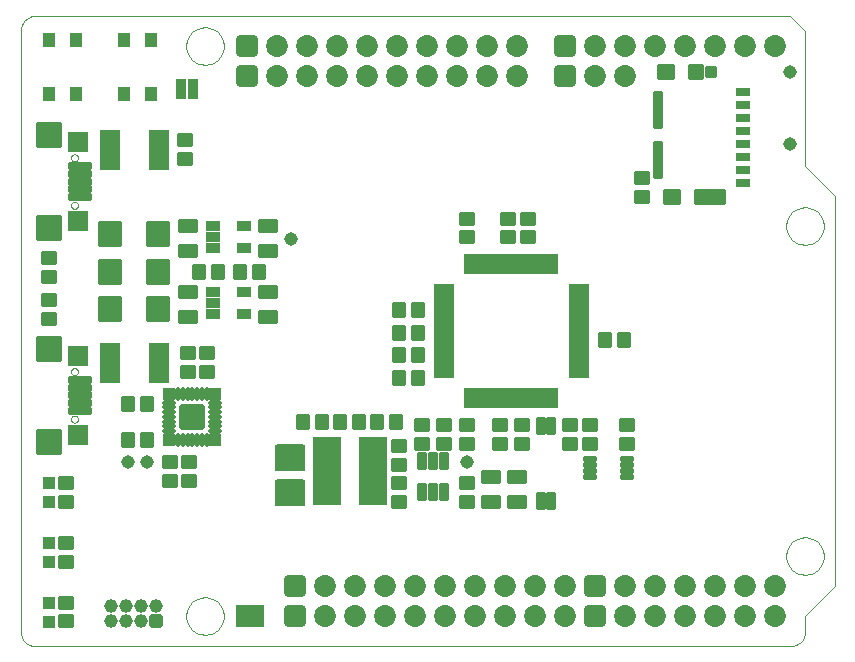
<source format=gbr>
G04 PROTEUS RS274X GERBER FILE*
%FSLAX45Y45*%
%MOMM*%
G01*
%AMPPAD046*
4,1,36,
0.977000,0.200000,
0.977000,-0.200000,
0.974470,-0.225970,
0.967200,-0.249980,
0.955650,-0.271580,
0.940290,-0.290290,
0.921570,-0.305650,
0.899980,-0.317200,
0.875970,-0.324470,
0.850000,-0.327000,
-0.850000,-0.327000,
-0.875970,-0.324470,
-0.899980,-0.317200,
-0.921570,-0.305650,
-0.940290,-0.290290,
-0.955650,-0.271580,
-0.967200,-0.249980,
-0.974470,-0.225970,
-0.977000,-0.200000,
-0.977000,0.200000,
-0.974470,0.225970,
-0.967200,0.249980,
-0.955650,0.271580,
-0.940290,0.290290,
-0.921570,0.305650,
-0.899980,0.317200,
-0.875970,0.324470,
-0.850000,0.327000,
0.850000,0.327000,
0.875970,0.324470,
0.899980,0.317200,
0.921570,0.305650,
0.940290,0.290290,
0.955650,0.271580,
0.967200,0.249980,
0.974470,0.225970,
0.977000,0.200000,
0*%
%ADD52PPAD046*%
%AMPPAD047*
4,1,36,
1.077000,0.950000,
1.077000,-0.950000,
1.074470,-0.975970,
1.067200,-0.999980,
1.055650,-1.021580,
1.040290,-1.040290,
1.021570,-1.055650,
0.999980,-1.067200,
0.975970,-1.074470,
0.950000,-1.077000,
-0.950000,-1.077000,
-0.975970,-1.074470,
-0.999980,-1.067200,
-1.021570,-1.055650,
-1.040290,-1.040290,
-1.055650,-1.021580,
-1.067200,-0.999980,
-1.074470,-0.975970,
-1.077000,-0.950000,
-1.077000,0.950000,
-1.074470,0.975970,
-1.067200,0.999980,
-1.055650,1.021580,
-1.040290,1.040290,
-1.021570,1.055650,
-0.999980,1.067200,
-0.975970,1.074470,
-0.950000,1.077000,
0.950000,1.077000,
0.975970,1.074470,
0.999980,1.067200,
1.021570,1.055650,
1.040290,1.040290,
1.055650,1.021580,
1.067200,0.999980,
1.074470,0.975970,
1.077000,0.950000,
0*%
%ADD53PPAD047*%
%AMPPAD048*
4,1,36,
0.877000,0.750000,
0.877000,-0.750000,
0.874470,-0.775970,
0.867200,-0.799980,
0.855650,-0.821580,
0.840290,-0.840290,
0.821570,-0.855650,
0.799980,-0.867200,
0.775970,-0.874470,
0.750000,-0.877000,
-0.750000,-0.877000,
-0.775970,-0.874470,
-0.799980,-0.867200,
-0.821570,-0.855650,
-0.840290,-0.840290,
-0.855650,-0.821580,
-0.867200,-0.799980,
-0.874470,-0.775970,
-0.877000,-0.750000,
-0.877000,0.750000,
-0.874470,0.775970,
-0.867200,0.799980,
-0.855650,0.821580,
-0.840290,0.840290,
-0.821570,0.855650,
-0.799980,0.867200,
-0.775970,0.874470,
-0.750000,0.877000,
0.750000,0.877000,
0.775970,0.874470,
0.799980,0.867200,
0.821570,0.855650,
0.840290,0.840290,
0.855650,0.821580,
0.867200,0.799980,
0.874470,0.775970,
0.877000,0.750000,
0*%
%ADD54PPAD048*%
%AMPPAD049*
4,1,36,
-0.477000,-0.500000,
-0.477000,0.500000,
-0.474470,0.525970,
-0.467200,0.549980,
-0.455650,0.571580,
-0.440290,0.590290,
-0.421570,0.605650,
-0.399980,0.617200,
-0.375970,0.624470,
-0.350000,0.627000,
0.350000,0.627000,
0.375970,0.624470,
0.399980,0.617200,
0.421570,0.605650,
0.440290,0.590290,
0.455650,0.571580,
0.467200,0.549980,
0.474470,0.525970,
0.477000,0.500000,
0.477000,-0.500000,
0.474470,-0.525970,
0.467200,-0.549980,
0.455650,-0.571580,
0.440290,-0.590290,
0.421570,-0.605650,
0.399980,-0.617200,
0.375970,-0.624470,
0.350000,-0.627000,
-0.350000,-0.627000,
-0.375970,-0.624470,
-0.399980,-0.617200,
-0.421570,-0.605650,
-0.440290,-0.590290,
-0.455650,-0.571580,
-0.467200,-0.549980,
-0.474470,-0.525970,
-0.477000,-0.500000,
0*%
%ADD55PPAD049*%
%AMPPAD050*
4,1,36,
0.527000,0.400000,
0.527000,-0.400000,
0.524470,-0.425970,
0.517200,-0.449980,
0.505650,-0.471580,
0.490290,-0.490290,
0.471570,-0.505650,
0.449980,-0.517200,
0.425970,-0.524470,
0.400000,-0.527000,
-0.400000,-0.527000,
-0.425970,-0.524470,
-0.449980,-0.517200,
-0.471570,-0.505650,
-0.490290,-0.490290,
-0.505650,-0.471580,
-0.517200,-0.449980,
-0.524470,-0.425970,
-0.527000,-0.400000,
-0.527000,0.400000,
-0.524470,0.425970,
-0.517200,0.449980,
-0.505650,0.471580,
-0.490290,0.490290,
-0.471570,0.505650,
-0.449980,0.517200,
-0.425970,0.524470,
-0.400000,0.527000,
0.400000,0.527000,
0.425970,0.524470,
0.449980,0.517200,
0.471570,0.505650,
0.490290,0.490290,
0.505650,0.471580,
0.517200,0.449980,
0.524470,0.425970,
0.527000,0.400000,
0*%
%ADD56PPAD050*%
%AMPPAD051*
4,1,36,
-1.100000,0.952000,
1.100000,0.952000,
1.125970,0.949470,
1.149980,0.942200,
1.171580,0.930650,
1.190290,0.915290,
1.205650,0.896570,
1.217200,0.874980,
1.224470,0.850970,
1.227000,0.825000,
1.227000,-0.825000,
1.224470,-0.850970,
1.217200,-0.874980,
1.205650,-0.896570,
1.190290,-0.915290,
1.171580,-0.930650,
1.149980,-0.942200,
1.125970,-0.949470,
1.100000,-0.952000,
-1.100000,-0.952000,
-1.125970,-0.949470,
-1.149980,-0.942200,
-1.171580,-0.930650,
-1.190290,-0.915290,
-1.205650,-0.896570,
-1.217200,-0.874980,
-1.224470,-0.850970,
-1.227000,-0.825000,
-1.227000,0.825000,
-1.224470,0.850970,
-1.217200,0.874980,
-1.205650,0.896570,
-1.190290,0.915290,
-1.171580,0.930650,
-1.149980,0.942200,
-1.125970,0.949470,
-1.100000,0.952000,
0*%
%ADD57PPAD051*%
%AMPPAD052*
4,1,36,
-0.652000,-0.450000,
-0.652000,0.450000,
-0.649470,0.475970,
-0.642200,0.499980,
-0.630650,0.521580,
-0.615290,0.540290,
-0.596570,0.555650,
-0.574980,0.567200,
-0.550970,0.574470,
-0.525000,0.577000,
0.525000,0.577000,
0.550970,0.574470,
0.574980,0.567200,
0.596570,0.555650,
0.615290,0.540290,
0.630650,0.521580,
0.642200,0.499980,
0.649470,0.475970,
0.652000,0.450000,
0.652000,-0.450000,
0.649470,-0.475970,
0.642200,-0.499980,
0.630650,-0.521580,
0.615290,-0.540290,
0.596570,-0.555650,
0.574980,-0.567200,
0.550970,-0.574470,
0.525000,-0.577000,
-0.525000,-0.577000,
-0.550970,-0.574470,
-0.574980,-0.567200,
-0.596570,-0.555650,
-0.615290,-0.540290,
-0.630650,-0.521580,
-0.642200,-0.499980,
-0.649470,-0.475970,
-0.652000,-0.450000,
0*%
%ADD58PPAD052*%
%AMPPAD053*
4,1,36,
-0.750000,1.727000,
0.750000,1.727000,
0.775970,1.724470,
0.799980,1.717200,
0.821580,1.705650,
0.840290,1.690290,
0.855650,1.671570,
0.867200,1.649980,
0.874470,1.625970,
0.877000,1.600000,
0.877000,-1.600000,
0.874470,-1.625970,
0.867200,-1.649980,
0.855650,-1.671570,
0.840290,-1.690290,
0.821580,-1.705650,
0.799980,-1.717200,
0.775970,-1.724470,
0.750000,-1.727000,
-0.750000,-1.727000,
-0.775970,-1.724470,
-0.799980,-1.717200,
-0.821580,-1.705650,
-0.840290,-1.690290,
-0.855650,-1.671570,
-0.867200,-1.649980,
-0.874470,-1.625970,
-0.877000,-1.600000,
-0.877000,1.600000,
-0.874470,1.625970,
-0.867200,1.649980,
-0.855650,1.671570,
-0.840290,1.690290,
-0.821580,1.705650,
-0.799980,1.717200,
-0.775970,1.724470,
-0.750000,1.727000,
0*%
%ADD59PPAD053*%
%AMPPAD054*
4,1,48,
0.323000,-0.577000,
-0.323000,-0.577000,
-0.349400,-0.575720,
-0.374930,-0.571950,
-0.399490,-0.565800,
-0.445220,-0.546870,
-0.485650,-0.519840,
-0.519840,-0.485640,
-0.546860,-0.445220,
-0.565800,-0.399490,
-0.571950,-0.374930,
-0.575720,-0.349400,
-0.577000,-0.323000,
-0.577000,0.323000,
-0.575720,0.349400,
-0.571950,0.374930,
-0.565800,0.399490,
-0.546860,0.445220,
-0.519840,0.485640,
-0.485650,0.519840,
-0.445220,0.546870,
-0.399490,0.565800,
-0.374930,0.571950,
-0.349400,0.575720,
-0.323000,0.577000,
0.323000,0.577000,
0.349400,0.575720,
0.374930,0.571950,
0.399490,0.565800,
0.445220,0.546870,
0.485650,0.519840,
0.519840,0.485640,
0.546860,0.445220,
0.565800,0.399490,
0.571950,0.374930,
0.575720,0.349400,
0.577000,0.323000,
0.577000,-0.323000,
0.575720,-0.349400,
0.571950,-0.374930,
0.565800,-0.399490,
0.546860,-0.445220,
0.519840,-0.485640,
0.485650,-0.519840,
0.445220,-0.546870,
0.399490,-0.565800,
0.374930,-0.571950,
0.349400,-0.575720,
0.323000,-0.577000,
0*%
%ADD60PPAD054*%
%ADD61C,1.154000*%
%AMPPAD056*
4,1,44,
-0.546000,0.927000,
0.546000,0.927000,
0.585600,0.925080,
0.623900,0.919420,
0.695940,0.897610,
0.760730,0.862960,
0.816870,0.816870,
0.862960,0.760730,
0.897610,0.695940,
0.919420,0.623900,
0.925080,0.585600,
0.927000,0.546000,
0.927000,-0.546000,
0.925080,-0.585600,
0.919420,-0.623900,
0.897610,-0.695940,
0.862960,-0.760730,
0.816870,-0.816870,
0.760730,-0.862960,
0.695940,-0.897610,
0.623900,-0.919420,
0.585600,-0.925080,
0.546000,-0.927000,
-0.546000,-0.927000,
-0.585600,-0.925080,
-0.623900,-0.919420,
-0.695940,-0.897610,
-0.760730,-0.862960,
-0.816870,-0.816870,
-0.862960,-0.760730,
-0.897610,-0.695940,
-0.919420,-0.623900,
-0.925080,-0.585600,
-0.927000,-0.546000,
-0.927000,0.546000,
-0.925080,0.585600,
-0.919420,0.623900,
-0.897610,0.695940,
-0.862960,0.760730,
-0.816870,0.816870,
-0.760730,0.862960,
-0.695940,0.897610,
-0.623900,0.919420,
-0.585600,0.925080,
-0.546000,0.927000,
0*%
%ADD62PPAD056*%
%ADD63C,1.854000*%
%AMPPAD058*
4,1,36,
-1.322000,-0.525000,
-1.322000,0.525000,
-1.319470,0.550970,
-1.312200,0.574980,
-1.300650,0.596580,
-1.285290,0.615290,
-1.266570,0.630650,
-1.244980,0.642200,
-1.220970,0.649470,
-1.195000,0.652000,
1.195000,0.652000,
1.220970,0.649470,
1.244980,0.642200,
1.266570,0.630650,
1.285290,0.615290,
1.300650,0.596580,
1.312200,0.574980,
1.319470,0.550970,
1.322000,0.525000,
1.322000,-0.525000,
1.319470,-0.550970,
1.312200,-0.574980,
1.300650,-0.596580,
1.285290,-0.615290,
1.266570,-0.630650,
1.244980,-0.642200,
1.220970,-0.649470,
1.195000,-0.652000,
-1.195000,-0.652000,
-1.220970,-0.649470,
-1.244980,-0.642200,
-1.266570,-0.630650,
-1.285290,-0.615290,
-1.300650,-0.596580,
-1.312200,-0.574980,
-1.319470,-0.550970,
-1.322000,-0.525000,
0*%
%ADD64PPAD058*%
%AMPPAD059*
4,1,36,
-0.727000,-0.525000,
-0.727000,0.525000,
-0.724470,0.550970,
-0.717200,0.574980,
-0.705650,0.596580,
-0.690290,0.615290,
-0.671570,0.630650,
-0.649980,0.642200,
-0.625970,0.649470,
-0.600000,0.652000,
0.600000,0.652000,
0.625970,0.649470,
0.649980,0.642200,
0.671570,0.630650,
0.690290,0.615290,
0.705650,0.596580,
0.717200,0.574980,
0.724470,0.550970,
0.727000,0.525000,
0.727000,-0.525000,
0.724470,-0.550970,
0.717200,-0.574980,
0.705650,-0.596580,
0.690290,-0.615290,
0.671570,-0.630650,
0.649980,-0.642200,
0.625970,-0.649470,
0.600000,-0.652000,
-0.600000,-0.652000,
-0.625970,-0.649470,
-0.649980,-0.642200,
-0.671570,-0.630650,
-0.690290,-0.615290,
-0.705650,-0.596580,
-0.717200,-0.574980,
-0.724470,-0.550970,
-0.727000,-0.525000,
0*%
%ADD65PPAD059*%
%AMPPAD060*
4,1,36,
-0.667000,-0.525000,
-0.667000,0.525000,
-0.664470,0.550970,
-0.657200,0.574980,
-0.645650,0.596580,
-0.630290,0.615290,
-0.611570,0.630650,
-0.589980,0.642200,
-0.565970,0.649470,
-0.540000,0.652000,
0.540000,0.652000,
0.565970,0.649470,
0.589980,0.642200,
0.611570,0.630650,
0.630290,0.615290,
0.645650,0.596580,
0.657200,0.574980,
0.664470,0.550970,
0.667000,0.525000,
0.667000,-0.525000,
0.664470,-0.550970,
0.657200,-0.574980,
0.645650,-0.596580,
0.630290,-0.615290,
0.611570,-0.630650,
0.589980,-0.642200,
0.565970,-0.649470,
0.540000,-0.652000,
-0.540000,-0.652000,
-0.565970,-0.649470,
-0.589980,-0.642200,
-0.611570,-0.630650,
-0.630290,-0.615290,
-0.645650,-0.596580,
-0.657200,-0.574980,
-0.664470,-0.550970,
-0.667000,-0.525000,
0*%
%ADD66PPAD060*%
%AMPPAD061*
4,1,36,
-0.402000,-1.455000,
-0.402000,1.455000,
-0.399470,1.480970,
-0.392200,1.504980,
-0.380650,1.526580,
-0.365290,1.545290,
-0.346570,1.560650,
-0.324980,1.572200,
-0.300970,1.579470,
-0.275000,1.582000,
0.275000,1.582000,
0.300970,1.579470,
0.324980,1.572200,
0.346570,1.560650,
0.365290,1.545290,
0.380650,1.526580,
0.392200,1.504980,
0.399470,1.480970,
0.402000,1.455000,
0.402000,-1.455000,
0.399470,-1.480970,
0.392200,-1.504980,
0.380650,-1.526580,
0.365290,-1.545290,
0.346570,-1.560650,
0.324980,-1.572200,
0.300970,-1.579470,
0.275000,-1.582000,
-0.275000,-1.582000,
-0.300970,-1.579470,
-0.324980,-1.572200,
-0.346570,-1.560650,
-0.365290,-1.545290,
-0.380650,-1.526580,
-0.392200,-1.504980,
-0.399470,-1.480970,
-0.402000,-1.455000,
0*%
%ADD67PPAD061*%
%AMPPAD062*
4,1,36,
-0.627000,-0.250000,
-0.627000,0.250000,
-0.624470,0.275970,
-0.617200,0.299980,
-0.605650,0.321580,
-0.590290,0.340290,
-0.571570,0.355650,
-0.549980,0.367200,
-0.525970,0.374470,
-0.500000,0.377000,
0.500000,0.377000,
0.525970,0.374470,
0.549980,0.367200,
0.571570,0.355650,
0.590290,0.340290,
0.605650,0.321580,
0.617200,0.299980,
0.624470,0.275970,
0.627000,0.250000,
0.627000,-0.250000,
0.624470,-0.275970,
0.617200,-0.299980,
0.605650,-0.321580,
0.590290,-0.340290,
0.571570,-0.355650,
0.549980,-0.367200,
0.525970,-0.374470,
0.500000,-0.377000,
-0.500000,-0.377000,
-0.525970,-0.374470,
-0.549980,-0.367200,
-0.571570,-0.355650,
-0.590290,-0.340290,
-0.605650,-0.321580,
-0.617200,-0.299980,
-0.624470,-0.275970,
-0.627000,-0.250000,
0*%
%ADD68PPAD062*%
%AMPPAD063*
4,1,36,
-0.517000,-0.360000,
-0.517000,0.360000,
-0.514470,0.385970,
-0.507200,0.409980,
-0.495650,0.431580,
-0.480290,0.450290,
-0.461570,0.465650,
-0.439980,0.477200,
-0.415970,0.484470,
-0.390000,0.487000,
0.390000,0.487000,
0.415970,0.484470,
0.439980,0.477200,
0.461570,0.465650,
0.480290,0.450290,
0.495650,0.431580,
0.507200,0.409980,
0.514470,0.385970,
0.517000,0.360000,
0.517000,-0.360000,
0.514470,-0.385970,
0.507200,-0.409980,
0.495650,-0.431580,
0.480290,-0.450290,
0.461570,-0.465650,
0.439980,-0.477200,
0.415970,-0.484470,
0.390000,-0.487000,
-0.390000,-0.487000,
-0.415970,-0.484470,
-0.439980,-0.477200,
-0.461570,-0.465650,
-0.480290,-0.450290,
-0.495650,-0.431580,
-0.507200,-0.409980,
-0.514470,-0.385970,
-0.517000,-0.360000,
0*%
%ADD69PPAD063*%
%AMPPAD064*
4,1,48,
-0.552000,-0.023800,
-0.552000,0.023800,
-0.550970,0.044920,
-0.547960,0.065350,
-0.543040,0.085000,
-0.527890,0.121580,
-0.506270,0.153910,
-0.478920,0.181270,
-0.446580,0.202890,
-0.410000,0.218040,
-0.390350,0.222960,
-0.369920,0.225970,
-0.348800,0.227000,
0.348800,0.227000,
0.369920,0.225970,
0.390350,0.222960,
0.410000,0.218040,
0.446580,0.202890,
0.478920,0.181270,
0.506270,0.153910,
0.527890,0.121580,
0.543040,0.085000,
0.547960,0.065350,
0.550970,0.044920,
0.552000,0.023800,
0.552000,-0.023800,
0.550970,-0.044920,
0.547960,-0.065350,
0.543040,-0.085000,
0.527890,-0.121580,
0.506270,-0.153910,
0.478920,-0.181270,
0.446580,-0.202890,
0.410000,-0.218040,
0.390350,-0.222960,
0.369920,-0.225970,
0.348800,-0.227000,
-0.348800,-0.227000,
-0.369920,-0.225970,
-0.390350,-0.222960,
-0.410000,-0.218040,
-0.446580,-0.202890,
-0.478920,-0.181270,
-0.506270,-0.153910,
-0.527890,-0.121580,
-0.543040,-0.085000,
-0.547960,-0.065350,
-0.550970,-0.044920,
-0.552000,-0.023800,
0*%
%ADD74PPAD064*%
%AMPPAD065*
4,1,48,
0.023800,-0.552000,
-0.023800,-0.552000,
-0.044920,-0.550970,
-0.065350,-0.547960,
-0.085000,-0.543040,
-0.121580,-0.527890,
-0.153910,-0.506270,
-0.181270,-0.478920,
-0.202890,-0.446580,
-0.218040,-0.410000,
-0.222960,-0.390350,
-0.225970,-0.369920,
-0.227000,-0.348800,
-0.227000,0.348800,
-0.225970,0.369920,
-0.222960,0.390350,
-0.218040,0.410000,
-0.202890,0.446580,
-0.181270,0.478920,
-0.153910,0.506270,
-0.121580,0.527890,
-0.085000,0.543040,
-0.065350,0.547960,
-0.044920,0.550970,
-0.023800,0.552000,
0.023800,0.552000,
0.044920,0.550970,
0.065350,0.547960,
0.085000,0.543040,
0.121580,0.527890,
0.153910,0.506270,
0.181270,0.478920,
0.202890,0.446580,
0.218040,0.410000,
0.222960,0.390350,
0.225970,0.369920,
0.227000,0.348800,
0.227000,-0.348800,
0.225970,-0.369920,
0.222960,-0.390350,
0.218040,-0.410000,
0.202890,-0.446580,
0.181270,-0.478920,
0.153910,-0.506270,
0.121580,-0.527890,
0.085000,-0.543040,
0.065350,-0.547960,
0.044920,-0.550970,
0.023800,-0.552000,
0*%
%ADD75PPAD065*%
%AMPPAD066*
4,1,44,
0.746000,-1.127000,
-0.746000,-1.127000,
-0.785600,-1.125080,
-0.823900,-1.119420,
-0.895940,-1.097610,
-0.960730,-1.062960,
-1.016870,-1.016870,
-1.062960,-0.960730,
-1.097610,-0.895940,
-1.119420,-0.823900,
-1.125080,-0.785600,
-1.127000,-0.746000,
-1.127000,0.746000,
-1.125080,0.785600,
-1.119420,0.823900,
-1.097610,0.895940,
-1.062960,0.960730,
-1.016870,1.016870,
-0.960730,1.062960,
-0.895940,1.097610,
-0.823900,1.119420,
-0.785600,1.125080,
-0.746000,1.127000,
0.746000,1.127000,
0.785600,1.125080,
0.823900,1.119420,
0.895940,1.097610,
0.960730,1.062960,
1.016870,1.016870,
1.062960,0.960730,
1.097610,0.895940,
1.119420,0.823900,
1.125080,0.785600,
1.127000,0.746000,
1.127000,-0.746000,
1.125080,-0.785600,
1.119420,-0.823900,
1.097610,-0.895940,
1.062960,-0.960730,
1.016870,-1.016870,
0.960730,-1.062960,
0.895940,-1.097610,
0.823900,-1.119420,
0.785600,-1.125080,
0.746000,-1.127000,
0*%
%ADD76PPAD066*%
%AMPPAD067*
4,1,36,
0.390000,-0.517000,
-0.390000,-0.517000,
-0.415970,-0.514470,
-0.439980,-0.507200,
-0.461580,-0.495650,
-0.480290,-0.480290,
-0.495650,-0.461570,
-0.507200,-0.439980,
-0.514470,-0.415970,
-0.517000,-0.390000,
-0.517000,0.390000,
-0.514470,0.415970,
-0.507200,0.439980,
-0.495650,0.461570,
-0.480290,0.480290,
-0.461580,0.495650,
-0.439980,0.507200,
-0.415970,0.514470,
-0.390000,0.517000,
0.390000,0.517000,
0.415970,0.514470,
0.439980,0.507200,
0.461580,0.495650,
0.480290,0.480290,
0.495650,0.461570,
0.507200,0.439980,
0.514470,0.415970,
0.517000,0.390000,
0.517000,-0.390000,
0.514470,-0.415970,
0.507200,-0.439980,
0.495650,-0.461570,
0.480290,-0.480290,
0.461580,-0.495650,
0.439980,-0.507200,
0.415970,-0.514470,
0.390000,-0.517000,
0*%
%ADD77PPAD067*%
%AMPPAD068*
4,1,36,
0.877000,0.150000,
0.877000,-0.150000,
0.874470,-0.175970,
0.867200,-0.199980,
0.855650,-0.221580,
0.840290,-0.240290,
0.821570,-0.255650,
0.799980,-0.267200,
0.775970,-0.274470,
0.750000,-0.277000,
-0.750000,-0.277000,
-0.775970,-0.274470,
-0.799980,-0.267200,
-0.821570,-0.255650,
-0.840290,-0.240290,
-0.855650,-0.221580,
-0.867200,-0.199980,
-0.874470,-0.175970,
-0.877000,-0.150000,
-0.877000,0.150000,
-0.874470,0.175970,
-0.867200,0.199980,
-0.855650,0.221580,
-0.840290,0.240290,
-0.821570,0.255650,
-0.799980,0.267200,
-0.775970,0.274470,
-0.750000,0.277000,
0.750000,0.277000,
0.775970,0.274470,
0.799980,0.267200,
0.821570,0.255650,
0.840290,0.240290,
0.855650,0.221580,
0.867200,0.199980,
0.874470,0.175970,
0.877000,0.150000,
0*%
%ADD78PPAD068*%
%AMPPAD069*
4,1,36,
-0.150000,0.877000,
0.150000,0.877000,
0.175970,0.874470,
0.199980,0.867200,
0.221580,0.855650,
0.240290,0.840290,
0.255650,0.821570,
0.267200,0.799980,
0.274470,0.775970,
0.277000,0.750000,
0.277000,-0.750000,
0.274470,-0.775970,
0.267200,-0.799980,
0.255650,-0.821570,
0.240290,-0.840290,
0.221580,-0.855650,
0.199980,-0.867200,
0.175970,-0.874470,
0.150000,-0.877000,
-0.150000,-0.877000,
-0.175970,-0.874470,
-0.199980,-0.867200,
-0.221580,-0.855650,
-0.240290,-0.840290,
-0.255650,-0.821570,
-0.267200,-0.799980,
-0.274470,-0.775970,
-0.277000,-0.750000,
-0.277000,0.750000,
-0.274470,0.775970,
-0.267200,0.799980,
-0.255650,0.821570,
-0.240290,0.840290,
-0.221580,0.855650,
-0.199980,0.867200,
-0.175970,0.874470,
-0.150000,0.877000,
0*%
%ADD79PPAD069*%
%AMPPAD070*
4,1,36,
-0.325000,0.452000,
0.325000,0.452000,
0.350970,0.449470,
0.374980,0.442200,
0.396580,0.430650,
0.415290,0.415290,
0.430650,0.396570,
0.442200,0.374980,
0.449470,0.350970,
0.452000,0.325000,
0.452000,-0.325000,
0.449470,-0.350970,
0.442200,-0.374980,
0.430650,-0.396570,
0.415290,-0.415290,
0.396580,-0.430650,
0.374980,-0.442200,
0.350970,-0.449470,
0.325000,-0.452000,
-0.325000,-0.452000,
-0.350970,-0.449470,
-0.374980,-0.442200,
-0.396580,-0.430650,
-0.415290,-0.415290,
-0.430650,-0.396570,
-0.442200,-0.374980,
-0.449470,-0.350970,
-0.452000,-0.325000,
-0.452000,0.325000,
-0.449470,0.350970,
-0.442200,0.374980,
-0.430650,0.396570,
-0.415290,0.415290,
-0.396580,0.430650,
-0.374980,0.442200,
-0.350970,0.449470,
-0.325000,0.452000,
0*%
%ADD80PPAD070*%
%AMPPAD071*
4,1,36,
0.627000,0.330000,
0.627000,-0.330000,
0.624470,-0.355970,
0.617200,-0.379980,
0.605650,-0.401580,
0.590290,-0.420290,
0.571570,-0.435650,
0.549980,-0.447200,
0.525970,-0.454470,
0.500000,-0.457000,
-0.500000,-0.457000,
-0.525970,-0.454470,
-0.549980,-0.447200,
-0.571570,-0.435650,
-0.590290,-0.420290,
-0.605650,-0.401580,
-0.617200,-0.379980,
-0.624470,-0.355970,
-0.627000,-0.330000,
-0.627000,0.330000,
-0.624470,0.355970,
-0.617200,0.379980,
-0.605650,0.401580,
-0.590290,0.420290,
-0.571570,0.435650,
-0.549980,0.447200,
-0.525970,0.454470,
-0.500000,0.457000,
0.500000,0.457000,
0.525970,0.454470,
0.549980,0.447200,
0.571570,0.435650,
0.590290,0.420290,
0.605650,0.401580,
0.617200,0.379980,
0.624470,0.355970,
0.627000,0.330000,
0*%
%ADD81PPAD071*%
%AMPPAD072*
4,1,36,
-0.300000,0.727000,
0.300000,0.727000,
0.325970,0.724470,
0.349980,0.717200,
0.371580,0.705650,
0.390290,0.690290,
0.405650,0.671570,
0.417200,0.649980,
0.424470,0.625970,
0.427000,0.600000,
0.427000,-0.600000,
0.424470,-0.625970,
0.417200,-0.649980,
0.405650,-0.671570,
0.390290,-0.690290,
0.371580,-0.705650,
0.349980,-0.717200,
0.325970,-0.724470,
0.300000,-0.727000,
-0.300000,-0.727000,
-0.325970,-0.724470,
-0.349980,-0.717200,
-0.371580,-0.705650,
-0.390290,-0.690290,
-0.405650,-0.671570,
-0.417200,-0.649980,
-0.424470,-0.625970,
-0.427000,-0.600000,
-0.427000,0.600000,
-0.424470,0.625970,
-0.417200,0.649980,
-0.405650,0.671570,
-0.390290,0.690290,
-0.371580,0.705650,
-0.349980,0.717200,
-0.325970,0.724470,
-0.300000,0.727000,
0*%
%ADD82PPAD072*%
%AMPPAD073*
4,1,36,
-0.425000,0.277000,
0.425000,0.277000,
0.450970,0.274470,
0.474980,0.267200,
0.496580,0.255650,
0.515290,0.240290,
0.530650,0.221570,
0.542200,0.199980,
0.549470,0.175970,
0.552000,0.150000,
0.552000,-0.150000,
0.549470,-0.175970,
0.542200,-0.199980,
0.530650,-0.221570,
0.515290,-0.240290,
0.496580,-0.255650,
0.474980,-0.267200,
0.450970,-0.274470,
0.425000,-0.277000,
-0.425000,-0.277000,
-0.450970,-0.274470,
-0.474980,-0.267200,
-0.496580,-0.255650,
-0.515290,-0.240290,
-0.530650,-0.221570,
-0.542200,-0.199980,
-0.549470,-0.175970,
-0.552000,-0.150000,
-0.552000,0.150000,
-0.549470,0.175970,
-0.542200,0.199980,
-0.530650,0.221570,
-0.515290,0.240290,
-0.496580,0.255650,
-0.474980,0.267200,
-0.450970,0.274470,
-0.425000,0.277000,
0*%
%ADD83PPAD073*%
%AMPPAD074*
4,1,36,
0.450000,-0.652000,
-0.450000,-0.652000,
-0.475970,-0.649470,
-0.499980,-0.642200,
-0.521580,-0.630650,
-0.540290,-0.615290,
-0.555650,-0.596570,
-0.567200,-0.574980,
-0.574470,-0.550970,
-0.577000,-0.525000,
-0.577000,0.525000,
-0.574470,0.550970,
-0.567200,0.574980,
-0.555650,0.596570,
-0.540290,0.615290,
-0.521580,0.630650,
-0.499980,0.642200,
-0.475970,0.649470,
-0.450000,0.652000,
0.450000,0.652000,
0.475970,0.649470,
0.499980,0.642200,
0.521580,0.630650,
0.540290,0.615290,
0.555650,0.596570,
0.567200,0.574980,
0.574470,0.550970,
0.577000,0.525000,
0.577000,-0.525000,
0.574470,-0.550970,
0.567200,-0.574980,
0.555650,-0.596570,
0.540290,-0.615290,
0.521580,-0.630650,
0.499980,-0.642200,
0.475970,-0.649470,
0.450000,-0.652000,
0*%
%ADD84PPAD074*%
%AMPPAD075*
4,1,36,
-0.900000,1.077000,
0.900000,1.077000,
0.925970,1.074470,
0.949980,1.067200,
0.971580,1.055650,
0.990290,1.040290,
1.005650,1.021570,
1.017200,0.999980,
1.024470,0.975970,
1.027000,0.950000,
1.027000,-0.950000,
1.024470,-0.975970,
1.017200,-0.999980,
1.005650,-1.021570,
0.990290,-1.040290,
0.971580,-1.055650,
0.949980,-1.067200,
0.925970,-1.074470,
0.900000,-1.077000,
-0.900000,-1.077000,
-0.925970,-1.074470,
-0.949980,-1.067200,
-0.971580,-1.055650,
-0.990290,-1.040290,
-1.005650,-1.021570,
-1.017200,-0.999980,
-1.024470,-0.975970,
-1.027000,-0.950000,
-1.027000,0.950000,
-1.024470,0.975970,
-1.017200,0.999980,
-1.005650,1.021570,
-0.990290,1.040290,
-0.971580,1.055650,
-0.949980,1.067200,
-0.925970,1.074470,
-0.900000,1.077000,
0*%
%ADD85PPAD075*%
%AMPPAD076*
4,1,36,
-0.825500,-0.444500,
-0.825500,0.444500,
-0.822970,0.470470,
-0.815700,0.494480,
-0.804150,0.516080,
-0.788790,0.534790,
-0.770070,0.550150,
-0.748480,0.561700,
-0.724470,0.568970,
-0.698500,0.571500,
0.698500,0.571500,
0.724470,0.568970,
0.748480,0.561700,
0.770070,0.550150,
0.788790,0.534790,
0.804150,0.516080,
0.815700,0.494480,
0.822970,0.470470,
0.825500,0.444500,
0.825500,-0.444500,
0.822970,-0.470470,
0.815700,-0.494480,
0.804150,-0.516080,
0.788790,-0.534790,
0.770070,-0.550150,
0.748480,-0.561700,
0.724470,-0.568970,
0.698500,-0.571500,
-0.698500,-0.571500,
-0.724470,-0.568970,
-0.748480,-0.561700,
-0.770070,-0.550150,
-0.788790,-0.534790,
-0.804150,-0.516080,
-0.815700,-0.494480,
-0.822970,-0.470470,
-0.825500,-0.444500,
0*%
%ADD86PPAD076*%
%AMPPAD077*
4,1,36,
1.202000,2.750000,
1.202000,-2.750000,
1.199470,-2.775970,
1.192200,-2.799980,
1.180650,-2.821580,
1.165290,-2.840290,
1.146570,-2.855650,
1.124980,-2.867200,
1.100970,-2.874470,
1.075000,-2.877000,
-1.075000,-2.877000,
-1.100970,-2.874470,
-1.124980,-2.867200,
-1.146570,-2.855650,
-1.165290,-2.840290,
-1.180650,-2.821580,
-1.192200,-2.799980,
-1.199470,-2.775970,
-1.202000,-2.750000,
-1.202000,2.750000,
-1.199470,2.775970,
-1.192200,2.799980,
-1.180650,2.821580,
-1.165290,2.840290,
-1.146570,2.855650,
-1.124980,2.867200,
-1.100970,2.874470,
-1.075000,2.877000,
1.075000,2.877000,
1.100970,2.874470,
1.124980,2.867200,
1.146570,2.855650,
1.165290,2.840290,
1.180650,2.821580,
1.192200,2.799980,
1.199470,2.775970,
1.202000,2.750000,
0*%
%ADD87PPAD077*%
%AMPPAD078*
4,1,36,
1.270000,1.016000,
1.270000,-1.016000,
1.267470,-1.041970,
1.260200,-1.065980,
1.248650,-1.087580,
1.233290,-1.106290,
1.214570,-1.121650,
1.192980,-1.133200,
1.168970,-1.140470,
1.143000,-1.143000,
-1.143000,-1.143000,
-1.168970,-1.140470,
-1.192980,-1.133200,
-1.214570,-1.121650,
-1.233290,-1.106290,
-1.248650,-1.087580,
-1.260200,-1.065980,
-1.267470,-1.041970,
-1.270000,-1.016000,
-1.270000,1.016000,
-1.267470,1.041970,
-1.260200,1.065980,
-1.248650,1.087580,
-1.233290,1.106290,
-1.214570,1.121650,
-1.192980,1.133200,
-1.168970,1.140470,
-1.143000,1.143000,
1.143000,1.143000,
1.168970,1.140470,
1.192980,1.133200,
1.214570,1.121650,
1.233290,1.106290,
1.248650,1.087580,
1.260200,1.065980,
1.267470,1.041970,
1.270000,1.016000,
0*%
%ADD88PPAD078*%
%ADD89C,1.143000*%
%ADD49C,0.025400*%
D52*
X+501300Y+2252200D03*
X+501300Y+2187200D03*
X+501300Y+2122200D03*
X+501300Y+2057200D03*
X+501300Y+1992200D03*
D53*
X+241300Y+1727200D03*
D54*
X+486300Y+1787200D03*
X+486300Y+2457200D03*
D53*
X+241300Y+2517200D03*
D55*
X+466300Y+4670800D03*
X+466300Y+5130800D03*
X+241300Y+5130800D03*
X+241300Y+4670800D03*
X+1101300Y+4670800D03*
X+1101300Y+5130800D03*
X+876300Y+5130800D03*
X+876300Y+4670800D03*
D56*
X+241300Y+368200D03*
X+241300Y+203200D03*
D57*
X+1943100Y+254000D03*
D58*
X+387350Y+711200D03*
X+387350Y+871200D03*
X+387350Y+368200D03*
X+387350Y+208200D03*
D56*
X+241300Y+876200D03*
X+241300Y+711200D03*
D59*
X+755300Y+2396000D03*
X+1175300Y+2396000D03*
D58*
X+387350Y+1219200D03*
X+387350Y+1379200D03*
D60*
X+1149350Y+208200D03*
D61*
X+1149350Y+335200D03*
X+1022350Y+208200D03*
X+1022350Y+335200D03*
X+895350Y+208200D03*
X+895350Y+335200D03*
X+768350Y+208200D03*
X+768350Y+335200D03*
D62*
X+4864100Y+508000D03*
D63*
X+5118100Y+508000D03*
X+5372100Y+508000D03*
X+5626100Y+508000D03*
X+5880100Y+508000D03*
X+6134100Y+508000D03*
X+6388100Y+508000D03*
D62*
X+4864100Y+254000D03*
D63*
X+5118100Y+254000D03*
X+5372100Y+254000D03*
X+5626100Y+254000D03*
X+5880100Y+254000D03*
X+6134100Y+254000D03*
X+6388100Y+254000D03*
D62*
X+2324100Y+508000D03*
D63*
X+2578100Y+508000D03*
X+2832100Y+508000D03*
X+3086100Y+508000D03*
X+3340100Y+508000D03*
X+3594100Y+508000D03*
X+3848100Y+508000D03*
X+4102100Y+508000D03*
X+4356100Y+508000D03*
X+4610100Y+508000D03*
D62*
X+2324100Y+254000D03*
D63*
X+2578100Y+254000D03*
X+2832100Y+254000D03*
X+3086100Y+254000D03*
X+3340100Y+254000D03*
X+3594100Y+254000D03*
X+3848100Y+254000D03*
X+4102100Y+254000D03*
X+4356100Y+254000D03*
X+4610100Y+254000D03*
D62*
X+1917700Y+5080000D03*
D63*
X+2171700Y+5080000D03*
X+2425700Y+5080000D03*
X+2679700Y+5080000D03*
X+2933700Y+5080000D03*
X+3187700Y+5080000D03*
X+3441700Y+5080000D03*
X+3695700Y+5080000D03*
X+3949700Y+5080000D03*
X+4203700Y+5080000D03*
D62*
X+1917700Y+4826000D03*
D63*
X+2171700Y+4826000D03*
X+2425700Y+4826000D03*
X+2679700Y+4826000D03*
X+2933700Y+4826000D03*
X+3187700Y+4826000D03*
X+3441700Y+4826000D03*
X+3695700Y+4826000D03*
X+3949700Y+4826000D03*
X+4203700Y+4826000D03*
D62*
X+4610100Y+5080000D03*
D63*
X+4864100Y+5080000D03*
X+5118100Y+5080000D03*
X+5372100Y+5080000D03*
X+5626100Y+5080000D03*
X+5880100Y+5080000D03*
X+6134100Y+5080000D03*
X+6388100Y+5080000D03*
D56*
X+241300Y+1384200D03*
X+241300Y+1219200D03*
D64*
X+5836500Y+3800600D03*
D65*
X+5461000Y+4864100D03*
D66*
X+5722000Y+4864100D03*
D67*
X+5393500Y+4117100D03*
X+5393500Y+4536100D03*
D65*
X+5518000Y+3800600D03*
D68*
X+6117000Y+4688100D03*
X+6117000Y+4578100D03*
X+6117000Y+4468100D03*
X+6117000Y+4358100D03*
X+6117000Y+4248100D03*
X+6117000Y+4138100D03*
X+6117000Y+4028100D03*
X+6117000Y+3918100D03*
D69*
X+5849000Y+4864100D03*
D74*
X+1650700Y+1820650D03*
X+1650700Y+1860650D03*
X+1650700Y+1900650D03*
X+1650700Y+1940650D03*
X+1650700Y+1980650D03*
X+1650700Y+2020650D03*
X+1650700Y+2060650D03*
D75*
X+1575700Y+2135650D03*
X+1535700Y+2135650D03*
X+1495700Y+2135650D03*
X+1455700Y+2135650D03*
X+1415700Y+2135650D03*
X+1375700Y+2135650D03*
X+1335700Y+2135650D03*
D74*
X+1260700Y+2060650D03*
X+1260700Y+2020650D03*
X+1260700Y+1980650D03*
X+1260700Y+1940650D03*
X+1260700Y+1900650D03*
X+1260700Y+1860650D03*
X+1260700Y+1820650D03*
D75*
X+1335700Y+1745650D03*
X+1375700Y+1745650D03*
X+1415700Y+1745650D03*
X+1455700Y+1745650D03*
X+1495700Y+1745650D03*
X+1535700Y+1745650D03*
X+1575700Y+1745650D03*
D76*
X+1455700Y+1940650D03*
D77*
X+1650700Y+1745650D03*
X+1650700Y+2135650D03*
X+1260700Y+2135650D03*
X+1260700Y+1745650D03*
D78*
X+3584400Y+3042400D03*
X+3584400Y+2992400D03*
X+3584400Y+2942400D03*
X+3584400Y+2892400D03*
X+3584400Y+2842400D03*
X+3584400Y+2792400D03*
X+3584400Y+2742400D03*
X+3584400Y+2692400D03*
X+3584400Y+2642400D03*
X+3584400Y+2592400D03*
X+3584400Y+2542400D03*
X+3584400Y+2492400D03*
X+3584400Y+2442400D03*
X+3584400Y+2392400D03*
X+3584400Y+2342400D03*
X+3584400Y+2292400D03*
D79*
X+3779400Y+2097400D03*
X+3829400Y+2097400D03*
X+3879400Y+2097400D03*
X+3929400Y+2097400D03*
X+3979400Y+2097400D03*
X+4029400Y+2097400D03*
X+4079400Y+2097400D03*
X+4129400Y+2097400D03*
X+4179400Y+2097400D03*
X+4229400Y+2097400D03*
X+4279400Y+2097400D03*
X+4329400Y+2097400D03*
X+4379400Y+2097400D03*
X+4429400Y+2097400D03*
X+4479400Y+2097400D03*
X+4529400Y+2097400D03*
D78*
X+4724400Y+2292400D03*
X+4724400Y+2342400D03*
X+4724400Y+2392400D03*
X+4724400Y+2442400D03*
X+4724400Y+2492400D03*
X+4724400Y+2542400D03*
X+4724400Y+2592400D03*
X+4724400Y+2642400D03*
X+4724400Y+2692400D03*
X+4724400Y+2742400D03*
X+4724400Y+2792400D03*
X+4724400Y+2842400D03*
X+4724400Y+2892400D03*
X+4724400Y+2942400D03*
X+4724400Y+2992400D03*
X+4724400Y+3042400D03*
D79*
X+4529400Y+3237400D03*
X+4479400Y+3237400D03*
X+4429400Y+3237400D03*
X+4379400Y+3237400D03*
X+4329400Y+3237400D03*
X+4279400Y+3237400D03*
X+4229400Y+3237400D03*
X+4179400Y+3237400D03*
X+4129400Y+3237400D03*
X+4079400Y+3237400D03*
X+4029400Y+3237400D03*
X+3979400Y+3237400D03*
X+3929400Y+3237400D03*
X+3879400Y+3237400D03*
X+3829400Y+3237400D03*
X+3779400Y+3237400D03*
D52*
X+501300Y+4062900D03*
X+501300Y+3997900D03*
X+501300Y+3932900D03*
X+501300Y+3867900D03*
X+501300Y+3802900D03*
D53*
X+241300Y+3537900D03*
D54*
X+486300Y+3597900D03*
X+486300Y+4267900D03*
D53*
X+241300Y+4327900D03*
D80*
X+1355300Y+4755800D03*
X+1460300Y+4755800D03*
X+1355300Y+4670800D03*
X+1460300Y+4670800D03*
D81*
X+1628850Y+2999250D03*
X+1628850Y+2904250D03*
X+1628850Y+2809250D03*
X+1888850Y+2809250D03*
X+1888850Y+2999250D03*
X+1628850Y+3558050D03*
X+1628850Y+3463050D03*
X+1628850Y+3368050D03*
X+1888850Y+3368050D03*
X+1888850Y+3558050D03*
D82*
X+3399524Y+1306218D03*
X+3494524Y+1306218D03*
X+3589524Y+1306218D03*
X+3589524Y+1566218D03*
X+3494524Y+1566218D03*
X+3399524Y+1566218D03*
D83*
X+4818540Y+1581800D03*
X+4818540Y+1531800D03*
X+4818540Y+1481800D03*
X+4818540Y+1431800D03*
X+5134540Y+1431800D03*
X+5134540Y+1481800D03*
X+5134540Y+1531800D03*
X+5134540Y+1581800D03*
D62*
X+4610100Y+4826000D03*
D63*
X+4864100Y+4826000D03*
X+5118100Y+4826000D03*
D84*
X+1072800Y+2046750D03*
X+912800Y+2046750D03*
D58*
X+1263650Y+1555750D03*
X+1263650Y+1395750D03*
D59*
X+755300Y+4204160D03*
X+1175300Y+4204160D03*
D58*
X+1415700Y+2478550D03*
X+1415700Y+2318550D03*
X+241300Y+2771200D03*
X+241300Y+2931200D03*
X+241300Y+3123900D03*
X+241300Y+3283900D03*
X+1390300Y+4281950D03*
X+1390300Y+4121950D03*
X+4294500Y+3459650D03*
X+4294500Y+3619650D03*
X+4129400Y+3459650D03*
X+4129400Y+3619650D03*
X+3779400Y+3459650D03*
X+3779400Y+3619650D03*
D84*
X+3362150Y+2842400D03*
X+3202150Y+2842400D03*
D58*
X+3779400Y+1875150D03*
X+3779400Y+1715150D03*
X+4060350Y+1875150D03*
X+4060350Y+1715150D03*
D84*
X+4946650Y+2592400D03*
X+5106650Y+2592400D03*
D58*
X+1580800Y+2318550D03*
X+1580800Y+2478550D03*
D84*
X+1072800Y+1741950D03*
X+912800Y+1741950D03*
D58*
X+3783650Y+1219850D03*
X+3783650Y+1379850D03*
D85*
X+755300Y+3488200D03*
X+1165300Y+3488200D03*
X+1165300Y+2853200D03*
X+755300Y+2853200D03*
X+755300Y+3170700D03*
X+1165300Y+3170700D03*
D86*
X+4200050Y+1216040D03*
X+4200050Y+1429400D03*
X+1419300Y+3558050D03*
X+1419300Y+3344690D03*
X+1419300Y+2999250D03*
X+1419300Y+2785890D03*
D87*
X+2983550Y+1486550D03*
X+2598550Y+1486550D03*
D82*
X+4403250Y+1862450D03*
X+4403250Y+1232450D03*
X+4493250Y+1232450D03*
X+4493250Y+1862450D03*
D58*
X+4244500Y+1715150D03*
X+4244500Y+1875150D03*
X+4653440Y+1715150D03*
X+4653440Y+1875150D03*
D86*
X+3984150Y+1216040D03*
X+3984150Y+1429400D03*
D58*
X+3205800Y+1531000D03*
X+3205800Y+1691000D03*
X+3398400Y+1715150D03*
X+3398400Y+1875150D03*
X+3588900Y+1715150D03*
X+3588900Y+1875150D03*
D84*
X+2703750Y+1899300D03*
X+2863750Y+1899300D03*
X+3174900Y+1899300D03*
X+3014900Y+1899300D03*
X+2392600Y+1899300D03*
X+2552600Y+1899300D03*
D58*
X+3205800Y+1219850D03*
X+3205800Y+1379850D03*
D88*
X+2280800Y+1596050D03*
X+2280800Y+1296050D03*
D86*
X+2098400Y+2999250D03*
X+2098400Y+2785890D03*
X+2098400Y+3558050D03*
X+2098400Y+3344690D03*
D58*
X+5264150Y+3962400D03*
X+5264150Y+3802400D03*
D89*
X+6515750Y+4864100D03*
X+6515750Y+4254500D03*
X+2289250Y+3450600D03*
X+3779400Y+1556400D03*
D58*
X+1428750Y+1555750D03*
X+1428750Y+1395750D03*
D84*
X+3202150Y+2651900D03*
X+3362150Y+2651900D03*
X+3202150Y+2461400D03*
X+3362150Y+2461400D03*
X+3202150Y+2270900D03*
X+3362150Y+2270900D03*
X+2017450Y+3170700D03*
X+1857450Y+3170700D03*
D58*
X+4818540Y+1715150D03*
X+4818540Y+1875150D03*
X+5134540Y+1715150D03*
X+5134540Y+1875150D03*
D84*
X+1674550Y+3170700D03*
X+1514550Y+3170700D03*
D89*
X+1072800Y+1557800D03*
X+912800Y+1557800D03*
D49*
X+6800850Y+762000D02*
X+6800320Y+774958D01*
X+6796016Y+800876D01*
X+6787025Y+826794D01*
X+6772380Y+852712D01*
X+6749976Y+878466D01*
X+6724058Y+897958D01*
X+6698140Y+910530D01*
X+6672222Y+917866D01*
X+6646304Y+920694D01*
X+6642100Y+920750D01*
X+6483350Y+762000D02*
X+6483880Y+774958D01*
X+6488184Y+800876D01*
X+6497175Y+826794D01*
X+6511820Y+852712D01*
X+6534224Y+878466D01*
X+6560142Y+897958D01*
X+6586060Y+910530D01*
X+6611978Y+917866D01*
X+6637896Y+920694D01*
X+6642100Y+920750D01*
X+6483350Y+762000D02*
X+6483880Y+749042D01*
X+6488184Y+723124D01*
X+6497175Y+697206D01*
X+6511820Y+671288D01*
X+6534224Y+645534D01*
X+6560142Y+626042D01*
X+6586060Y+613470D01*
X+6611978Y+606134D01*
X+6637896Y+603306D01*
X+6642100Y+603250D01*
X+6800850Y+762000D02*
X+6800320Y+749042D01*
X+6796016Y+723124D01*
X+6787025Y+697206D01*
X+6772380Y+671288D01*
X+6749976Y+645534D01*
X+6724058Y+626042D01*
X+6698140Y+613470D01*
X+6672222Y+606134D01*
X+6646304Y+603306D01*
X+6642100Y+603250D01*
X+6800850Y+3556000D02*
X+6800320Y+3568958D01*
X+6796016Y+3594876D01*
X+6787025Y+3620794D01*
X+6772380Y+3646712D01*
X+6749976Y+3672466D01*
X+6724058Y+3691958D01*
X+6698140Y+3704530D01*
X+6672222Y+3711866D01*
X+6646304Y+3714694D01*
X+6642100Y+3714750D01*
X+6483350Y+3556000D02*
X+6483880Y+3568958D01*
X+6488184Y+3594876D01*
X+6497175Y+3620794D01*
X+6511820Y+3646712D01*
X+6534224Y+3672466D01*
X+6560142Y+3691958D01*
X+6586060Y+3704530D01*
X+6611978Y+3711866D01*
X+6637896Y+3714694D01*
X+6642100Y+3714750D01*
X+6483350Y+3556000D02*
X+6483880Y+3543042D01*
X+6488184Y+3517124D01*
X+6497175Y+3491206D01*
X+6511820Y+3465288D01*
X+6534224Y+3439534D01*
X+6560142Y+3420042D01*
X+6586060Y+3407470D01*
X+6611978Y+3400134D01*
X+6637896Y+3397306D01*
X+6642100Y+3397250D01*
X+6800850Y+3556000D02*
X+6800320Y+3543042D01*
X+6796016Y+3517124D01*
X+6787025Y+3491206D01*
X+6772380Y+3465288D01*
X+6749976Y+3439534D01*
X+6724058Y+3420042D01*
X+6698140Y+3407470D01*
X+6672222Y+3400134D01*
X+6646304Y+3397306D01*
X+6642100Y+3397250D01*
X+1720850Y+5080000D02*
X+1720320Y+5092958D01*
X+1716016Y+5118876D01*
X+1707025Y+5144794D01*
X+1692380Y+5170712D01*
X+1669976Y+5196466D01*
X+1644058Y+5215958D01*
X+1618140Y+5228530D01*
X+1592222Y+5235866D01*
X+1566304Y+5238694D01*
X+1562100Y+5238750D01*
X+1403350Y+5080000D02*
X+1403880Y+5092958D01*
X+1408184Y+5118876D01*
X+1417175Y+5144794D01*
X+1431820Y+5170712D01*
X+1454224Y+5196466D01*
X+1480142Y+5215958D01*
X+1506060Y+5228530D01*
X+1531978Y+5235866D01*
X+1557896Y+5238694D01*
X+1562100Y+5238750D01*
X+1403350Y+5080000D02*
X+1403880Y+5067042D01*
X+1408184Y+5041124D01*
X+1417175Y+5015206D01*
X+1431820Y+4989288D01*
X+1454224Y+4963534D01*
X+1480142Y+4944042D01*
X+1506060Y+4931470D01*
X+1531978Y+4924134D01*
X+1557896Y+4921306D01*
X+1562100Y+4921250D01*
X+1720850Y+5080000D02*
X+1720320Y+5067042D01*
X+1716016Y+5041124D01*
X+1707025Y+5015206D01*
X+1692380Y+4989288D01*
X+1669976Y+4963534D01*
X+1644058Y+4944042D01*
X+1618140Y+4931470D01*
X+1592222Y+4924134D01*
X+1566304Y+4921306D01*
X+1562100Y+4921250D01*
X+1720850Y+254000D02*
X+1720320Y+266958D01*
X+1716016Y+292876D01*
X+1707025Y+318794D01*
X+1692380Y+344712D01*
X+1669976Y+370466D01*
X+1644058Y+389958D01*
X+1618140Y+402530D01*
X+1592222Y+409866D01*
X+1566304Y+412694D01*
X+1562100Y+412750D01*
X+1403350Y+254000D02*
X+1403880Y+266958D01*
X+1408184Y+292876D01*
X+1417175Y+318794D01*
X+1431820Y+344712D01*
X+1454224Y+370466D01*
X+1480142Y+389958D01*
X+1506060Y+402530D01*
X+1531978Y+409866D01*
X+1557896Y+412694D01*
X+1562100Y+412750D01*
X+1403350Y+254000D02*
X+1403880Y+241042D01*
X+1408184Y+215124D01*
X+1417175Y+189206D01*
X+1431820Y+163288D01*
X+1454224Y+137534D01*
X+1480142Y+118042D01*
X+1506060Y+105470D01*
X+1531978Y+98134D01*
X+1557896Y+95306D01*
X+1562100Y+95250D01*
X+1720850Y+254000D02*
X+1720320Y+241042D01*
X+1716016Y+215124D01*
X+1707025Y+189206D01*
X+1692380Y+163288D01*
X+1669976Y+137534D01*
X+1644058Y+118042D01*
X+1618140Y+105470D01*
X+1592222Y+98134D01*
X+1566304Y+95306D01*
X+1562100Y+95250D01*
X+127000Y+0D02*
X+101032Y+2527D01*
X+77018Y+9798D01*
X+55423Y+21347D01*
X+36711Y+36711D01*
X+21348Y+55423D01*
X+9798Y+77018D01*
X+2527Y+101032D01*
X+0Y+127000D01*
X+0Y+5207000D01*
X+2527Y+5232967D01*
X+9798Y+5256981D01*
X+21348Y+5278577D01*
X+36711Y+5297289D01*
X+55423Y+5312652D01*
X+77018Y+5324202D01*
X+101032Y+5331473D01*
X+127000Y+5334000D01*
X+6515100Y+5334000D01*
X+6642100Y+5207000D01*
X+6642100Y+4064000D01*
X+6896100Y+3810000D01*
X+6896100Y+508000D01*
X+6642100Y+254000D01*
X+6642100Y+127000D01*
X+6639573Y+101032D01*
X+6632302Y+77018D01*
X+6620752Y+55423D01*
X+6605389Y+36711D01*
X+6586677Y+21347D01*
X+6565081Y+9798D01*
X+6541067Y+2527D01*
X+6515100Y+0D01*
X+127000Y+0D01*
X+486300Y+2322200D02*
X+486197Y+2324689D01*
X+485355Y+2329669D01*
X+483595Y+2334649D01*
X+480718Y+2339629D01*
X+476317Y+2344545D01*
X+471337Y+2348159D01*
X+466357Y+2350464D01*
X+461377Y+2351767D01*
X+456397Y+2352200D01*
X+456300Y+2352200D01*
X+426300Y+2322200D02*
X+426403Y+2324689D01*
X+427245Y+2329669D01*
X+429005Y+2334649D01*
X+431882Y+2339629D01*
X+436283Y+2344545D01*
X+441263Y+2348159D01*
X+446243Y+2350464D01*
X+451223Y+2351767D01*
X+456203Y+2352200D01*
X+456300Y+2352200D01*
X+426300Y+2322200D02*
X+426403Y+2319711D01*
X+427245Y+2314731D01*
X+429005Y+2309751D01*
X+431882Y+2304771D01*
X+436283Y+2299855D01*
X+441263Y+2296241D01*
X+446243Y+2293936D01*
X+451223Y+2292633D01*
X+456203Y+2292200D01*
X+456300Y+2292200D01*
X+486300Y+2322200D02*
X+486197Y+2319711D01*
X+485355Y+2314731D01*
X+483595Y+2309751D01*
X+480718Y+2304771D01*
X+476317Y+2299855D01*
X+471337Y+2296241D01*
X+466357Y+2293936D01*
X+461377Y+2292633D01*
X+456397Y+2292200D01*
X+456300Y+2292200D01*
X+486300Y+1922200D02*
X+486197Y+1924689D01*
X+485355Y+1929669D01*
X+483595Y+1934649D01*
X+480718Y+1939629D01*
X+476317Y+1944545D01*
X+471337Y+1948159D01*
X+466357Y+1950464D01*
X+461377Y+1951767D01*
X+456397Y+1952200D01*
X+456300Y+1952200D01*
X+426300Y+1922200D02*
X+426403Y+1924689D01*
X+427245Y+1929669D01*
X+429005Y+1934649D01*
X+431882Y+1939629D01*
X+436283Y+1944545D01*
X+441263Y+1948159D01*
X+446243Y+1950464D01*
X+451223Y+1951767D01*
X+456203Y+1952200D01*
X+456300Y+1952200D01*
X+426300Y+1922200D02*
X+426403Y+1919711D01*
X+427245Y+1914731D01*
X+429005Y+1909751D01*
X+431882Y+1904771D01*
X+436283Y+1899855D01*
X+441263Y+1896241D01*
X+446243Y+1893936D01*
X+451223Y+1892633D01*
X+456203Y+1892200D01*
X+456300Y+1892200D01*
X+486300Y+1922200D02*
X+486197Y+1919711D01*
X+485355Y+1914731D01*
X+483595Y+1909751D01*
X+480718Y+1904771D01*
X+476317Y+1899855D01*
X+471337Y+1896241D01*
X+466357Y+1893936D01*
X+461377Y+1892633D01*
X+456397Y+1892200D01*
X+456300Y+1892200D01*
X+486300Y+3732900D02*
X+486197Y+3735389D01*
X+485355Y+3740369D01*
X+483595Y+3745349D01*
X+480718Y+3750329D01*
X+476317Y+3755245D01*
X+471337Y+3758859D01*
X+466357Y+3761164D01*
X+461377Y+3762467D01*
X+456397Y+3762900D01*
X+456300Y+3762900D01*
X+426300Y+3732900D02*
X+426403Y+3735389D01*
X+427245Y+3740369D01*
X+429005Y+3745349D01*
X+431882Y+3750329D01*
X+436283Y+3755245D01*
X+441263Y+3758859D01*
X+446243Y+3761164D01*
X+451223Y+3762467D01*
X+456203Y+3762900D01*
X+456300Y+3762900D01*
X+426300Y+3732900D02*
X+426403Y+3730411D01*
X+427245Y+3725431D01*
X+429005Y+3720451D01*
X+431882Y+3715471D01*
X+436283Y+3710555D01*
X+441263Y+3706941D01*
X+446243Y+3704636D01*
X+451223Y+3703333D01*
X+456203Y+3702900D01*
X+456300Y+3702900D01*
X+486300Y+3732900D02*
X+486197Y+3730411D01*
X+485355Y+3725431D01*
X+483595Y+3720451D01*
X+480718Y+3715471D01*
X+476317Y+3710555D01*
X+471337Y+3706941D01*
X+466357Y+3704636D01*
X+461377Y+3703333D01*
X+456397Y+3702900D01*
X+456300Y+3702900D01*
X+486300Y+4132900D02*
X+486197Y+4135389D01*
X+485355Y+4140369D01*
X+483595Y+4145349D01*
X+480718Y+4150329D01*
X+476317Y+4155245D01*
X+471337Y+4158859D01*
X+466357Y+4161164D01*
X+461377Y+4162467D01*
X+456397Y+4162900D01*
X+456300Y+4162900D01*
X+426300Y+4132900D02*
X+426403Y+4135389D01*
X+427245Y+4140369D01*
X+429005Y+4145349D01*
X+431882Y+4150329D01*
X+436283Y+4155245D01*
X+441263Y+4158859D01*
X+446243Y+4161164D01*
X+451223Y+4162467D01*
X+456203Y+4162900D01*
X+456300Y+4162900D01*
X+426300Y+4132900D02*
X+426403Y+4130411D01*
X+427245Y+4125431D01*
X+429005Y+4120451D01*
X+431882Y+4115471D01*
X+436283Y+4110555D01*
X+441263Y+4106941D01*
X+446243Y+4104636D01*
X+451223Y+4103333D01*
X+456203Y+4102900D01*
X+456300Y+4102900D01*
X+486300Y+4132900D02*
X+486197Y+4130411D01*
X+485355Y+4125431D01*
X+483595Y+4120451D01*
X+480718Y+4115471D01*
X+476317Y+4110555D01*
X+471337Y+4106941D01*
X+466357Y+4104636D01*
X+461377Y+4103333D01*
X+456397Y+4102900D01*
X+456300Y+4102900D01*
M02*

</source>
